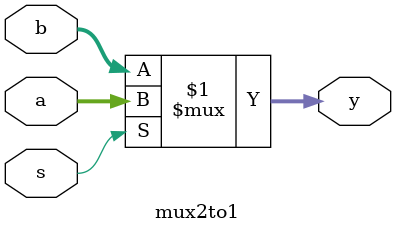
<source format=sv>
`timescale 1ns / 1ps


module mux2to1(input wire s, input wire [7:0] a, input wire [7:0] b, output wire [7:0] y);

assign y = s ? a : b;

endmodule

</source>
